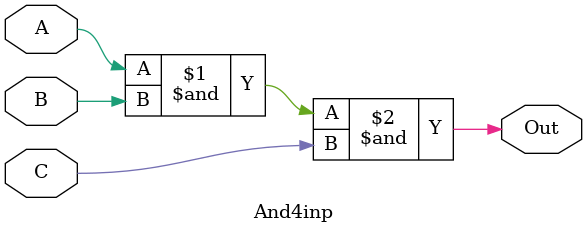
<source format=v>
module And4inp (A , B, C , Out);
	input A , B, C ;
	output Out;

	assign Out = (A & B) & C;

endmodule

</source>
